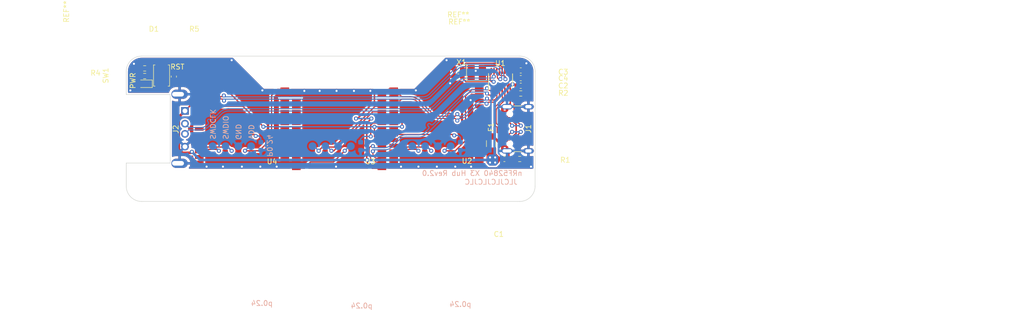
<source format=kicad_pcb>
(kicad_pcb (version 20211014) (generator pcbnew)
  (title_block (title "nrf52840_hub") (date "2023-09-19") (rev "1.0") (company "SERIEs"))
  (layers (0 "F.Cu" signal) (31 "B.Cu" signal) (34 "B.Paste" user) (35 "F.Paste" user) (36 "B.SilkS" user "B.Silkscreen") (37 "F.SilkS" user "F.Silkscreen") (38 "B.Mask" user) (39 "F.Mask" user) (44 "Edge.Cuts" user))
  (net 0 "")
  (net 1 "GND")
  (net 2 "+5V")
  (net 3 "Net-(C4-Pad2)")
  (net 4 "Net-(D1-Pad2)")
  (net 5 "Net-(F1-Pad1)")
  (net 6 "UD_P")
  (net 7 "UD_N")
  (net 8 "Net-(J1-PadA5)")
  (net 11 "Net-(J1-PadB5)")
  (net 12 "RST")
  (net 13 "3D_N")
  (net 14 "3D_P")
  (net 15 "2D_N")
  (net 16 "2D_P")
  (net 17 "1D_N")
  (net 18 "1D_P")
  (net 19 "Net-(C3-Pad2)")
  (net 20 "Net-(U1-Pad11)")
  (net 21 "Net-(U1-Pad12)")
  (net 22 "Net-(J3-Pad4)")
  (net 38 "unconnected-(U2-Pad23)")
  (net 40 "Net-(J3-Pad2)")
  (net 41 "Net-(J3-Pad3)")
  (net 44 "Net-(J4-Pad4)")
  (net 60 "unconnected-(U3-Pad23)")
  (net 62 "Net-(J4-Pad2)")
  (net 63 "Net-(J4-Pad3)")
  (net 66 "Net-(J5-Pad4)")
  (net 82 "unconnected-(U4-Pad23)")
  (net 84 "Net-(J5-Pad2)")
  (net 85 "Net-(J5-Pad3)")
  (net 88 "4D_N")
  (net 89 "4D_P")
  (footprint "" (layer "F.Cu") (at 99 103.4)
    (fp_text reference "")
    (fp_text value "")
  )
  (footprint "U-A-24DD-W-16:USB_A_U-A-24DD-W-16" (layer "F.Cu") (at 77.825 100 180)
    (fp_text reference "J2")
    (fp_text value "U-A-24DD-W-16")
  )
  (footprint "MS88SF2_footplint:XCVR_MS88SF2" (layer "F.Cu") (at 97.228 102.6 180)
    (fp_text reference "U4")
    (fp_text value "MS88SF2")
  )
  (footprint "Button_Switch_SMD:SW_Push_SPST_NO_Alps_SKRK" (layer "F.Cu") (at 81.5 89.6 -90)
    (fp_text reference "SW1")
    (fp_text value "SKRKAEE020")
  )
  (footprint "" (layer "F.Cu") (at 111 103.4)
    (fp_text reference "")
    (fp_text value "")
  )
  (footprint "Capacitor_SMD:C_0603_1608Metric" (layer "F.Cu") (at 151.7 91.6)
    (fp_text reference "C2")
    (fp_text value "100ｎ")
  )
  (footprint "" (layer "F.Cu") (at 135.5 103.4)
    (fp_text reference "")
    (fp_text value "")
  )
  (footprint "MS88SF2_footplint:XCVR_MS88SF2" (layer "F.Cu") (at 116.2 97.4)
    (fp_text reference "U3")
    (fp_text value "MS88SF2")
  )
  (footprint "" (layer "F.Cu") (at 130.5 103.4)
    (fp_text reference "")
    (fp_text value "")
  )
  (footprint "Capacitor_SMD:C_0603_1608Metric" (layer "F.Cu") (at 151.7 90.1 180)
    (fp_text reference "C3")
    (fp_text value "10u")
  )
  (footprint "" (layer "F.Cu") (at 113.5 103.4)
    (fp_text reference "")
    (fp_text value "")
  )
  (footprint "Crystal:Crystal_SMD_3225-4Pin_3.2x2.5mm" (layer "F.Cu") (at 143.1 89)
    (fp_text reference "X1")
    (fp_text value "X322512MSB4SI")
  )
  (footprint "Capacitor_SMD:C_0603_1608Metric" (layer "F.Cu") (at 83.9 89.8 -90)
    (fp_text reference "REF**")
    (fp_text value "C_0603_1608Metric")
  )
  (footprint "" (layer "F.Cu") (at 94 103.4)
    (fp_text reference "")
    (fp_text value "")
  )
  (footprint "Capacitor_SMD:C_0603_1608Metric" (layer "F.Cu") (at 151.7 88.6 180)
    (fp_text reference "C4")
    (fp_text value "10u")
  )
  (footprint "Resistor_SMD:R_0603_1608Metric" (layer "F.Cu") (at 151.5 105.9)
    (fp_text reference "R1")
    (fp_text value "5k1")
  )
  (footprint "" (layer "F.Cu") (at 138 103.4)
    (fp_text reference "")
    (fp_text value "")
  )
  (footprint "" (layer "F.Cu") (at 91.5 103.4)
    (fp_text reference "")
    (fp_text value "")
  )
  (footprint "" (layer "F.Cu") (at 133 103.4)
    (fp_text reference "")
    (fp_text value "")
  )
  (footprint "TYPE-C-31-M-12:HRO_TYPE-C-31-M-12" (layer "F.Cu") (at 153.2 100 90)
    (fp_text reference "J1")
    (fp_text value "TYPE-C-31-M-12")
  )
  (footprint "Resistor_SMD:R_0603_1608Metric" (layer "F.Cu") (at 151.7 93.1)
    (fp_text reference "R2")
    (fp_text value "5k1")
  )
  (footprint "Resistor_SMD:R_0603_1608Metric" (layer "F.Cu") (at 78.2 89.7 180)
    (fp_text reference "R4")
    (fp_text value "470")
  )
  (footprint "Capacitor_SMD:C_0603_1608Metric" (layer "F.Cu") (at 139.5 88.3)
    (fp_text reference "REF**")
    (fp_text value "C_0603_1608Metric")
  )
  (footprint "Fuse:Fuse_1206_3216Metric" (layer "F.Cu") (at 145.9 102.9 -90)
    (fp_text reference "F1")
    (fp_text value "MF-NSMF050-2")
  )
  (footprint "" (layer "F.Cu") (at 116 103.4)
    (fp_text reference "")
    (fp_text value "")
  )
  (footprint "MS88SF2_footplint:XCVR_MS88SF2" (layer "F.Cu") (at 135.228 102.6 180)
    (fp_text reference "U2")
    (fp_text value "MS88SF2")
  )
  (footprint "" (layer "F.Cu") (at 96.5 103.4)
    (fp_text reference "")
    (fp_text value "")
  )
  (footprint "" (layer "F.Cu") (at 118.5 103.4)
    (fp_text reference "")
    (fp_text value "")
  )
  (footprint "Capacitor_SMD:C_0603_1608Metric" (layer "F.Cu") (at 148.5 105.9)
    (fp_text reference "C1")
    (fp_text value "10u")
  )
  (footprint "Resistor_SMD:R_0603_1608Metric" (layer "F.Cu") (at 78.2 88.2 180)
    (fp_text reference "R5")
    (fp_text value "10k")
  )
  (footprint "LED_SMD:LED_0603_1608Metric" (layer "F.Cu") (at 78.2 91.2 180)
    (fp_text reference "D1")
    (fp_text value "19-217/BHC-ZL1M2RY/3T")
  )
  (footprint "library:SSOP-16_sl2.1s" (layer "F.Cu") (at 147.8 90.6 90)
    (fp_text reference "U1")
    (fp_text value "SL2.1S")
  )
  (footprint "Capacitor_SMD:C_0603_1608Metric" (layer "F.Cu") (at 139.5 89.8)
    (fp_text reference "REF**")
    (fp_text value "C_0603_1608Metric")
  )
  (footprint "Capacitor_SMD:C_0603_1608Metric" (layer "B.Cu") (at 120.4 103.4 90)
    (fp_text reference "p0.24")
    (fp_text value "C_0603_1608Metric")
  )
  (footprint "Capacitor_SMD:C_0603_1608Metric" (layer "B.Cu") (at 100.9 103.4 90)
    (fp_text reference "p0.24")
    (fp_text value "C_0603_1608Metric")
  )
  (footprint "Capacitor_SMD:C_0603_1608Metric" (layer "B.Cu") (at 139.9 103.4 90)
    (fp_text reference "p0.24")
    (fp_text value "C_0603_1608Metric")
  )
  (gr_poly (pts (xy 146.8 104.9) (xy 147.4 105.5) (xy 147.4 106.5) (xy 146.8 107.1) (xy 145.6 107.1) (xy 145.1 106.6) (xy 145.1 103.8) (xy 146.8 103.8)) (layer "F.Cu") (width 0.2) (fill solid))
  (gr_poly (pts (xy 147.2 105.5) (xy 147.2 106.7) (xy 146.8 107.1) (xy 145.6 107.1) (xy 145.2 106.7) (xy 145.2 105.5) (xy 145.6 105.1) (xy 146.8 105.1)) (layer "B.Cu") (width 0.2) (fill solid))
  (gr_line (start 74.6 106.7) (end 83.2 106.7) (layer "Edge.Cuts") (width 0.1))
  (gr_line (start 83.2 93.3) (end 74.6 93.3) (layer "Edge.Cuts") (width 0.1))
  (gr_line (start 74.6 93.3) (end 74.6 88.8) (layer "Edge.Cuts") (width 0.1))
  (gr_line (start 154.5 88.8) (end 154.5 111.2) (layer "Edge.Cuts") (width 0.1))
  (gr_arc (start 74.6 88.8) (mid 75.47868 86.67868) (end 77.6 85.8) (layer "Edge.Cuts") (width 0.1))
  (gr_line (start 77.6 85.8) (end 151.5 85.8) (layer "Edge.Cuts") (width 0.1))
  (gr_line (start 83.2 106.7) (end 83.2 93.3) (layer "Edge.Cuts") (width 0.1))
  (gr_arc (start 151.5 85.8) (mid 153.62132 86.67868) (end 154.5 88.8) (layer "Edge.Cuts") (width 0.1))
  (gr_line (start 74.6 111.2) (end 74.6 106.7) (layer "Edge.Cuts") (width 0.1))
  (gr_arc (start 77.6 114.2) (mid 75.47868 113.32132) (end 74.6 111.2) (layer "Edge.Cuts") (width 0.1))
  (gr_arc (start 154.5 111.2) (mid 153.62132 113.32132) (end 151.5 114.2) (layer "Edge.Cuts") (width 0.1))
  (gr_line (start 151.5 114.2) (end 77.6 114.2) (layer "Edge.Cuts") (width 0.1))
  (gr_text "JLCJLCJLCJLC" (at 145.9 110.4) (layer "B.SilkS") (effects (font (size 1 1)) (justify mirror)))
  (gr_text "nRF52840 X3 Hub Rev2.0" (at 142.2 108.7) (layer "B.SilkS") (effects (font (size 1 1)) (justify mirror)))
  (gr_text "SWDIO\n" (at 94 99.75 -90) (layer "B.SilkS") (effects (font (size 1 1)) (justify mirror)))
  (gr_text "SWDCLK\n" (at 91.5 99.1 -90) (layer "B.SilkS") (effects (font (size 1 1)) (justify mirror)))
  (gr_text "GND" (at 96.5 100.6 -90) (layer "B.SilkS") (effects (font (size 1 1)) (justify mirror)))
  (gr_text "P0.24" (at 102.6 103.3 -90) (layer "B.SilkS") (effects (font (size 1 1)) (justify mirror)))
  (gr_text "VDD\n" (at 99 100.6 -90) (layer "B.SilkS") (effects (font (size 1 1)) (justify mirror)))
  (gr_text "PWR\n" (at 75.9 90.6 90) (layer "F.SilkS") (effects (font (size 1 1))))
  (gr_text "RST" (at 84.6 87.9) (layer "F.SilkS") (effects (font (size 1 1))))
  (segment (start 149.275 105.9) (end 149.275 104.575) (width 0.5) (layer "F.Cu") (net 1))
  (segment (start 153.4 94) (end 151.1 94) (width 0.2) (layer "F.Cu") (net 1))
  (segment (start 82.91 89.23) (end 82.78 89.23) (width 0.25) (layer "F.Cu") (net 1))
  (segment (start 82.91 88.14) (end 82.91 89.23) (width 0.25) (layer "F.Cu") (net 1))
  (segment (start 142.9005 88.68502) (end 142.63502 88.68502) (width 0.25) (layer "F.Cu") (net 1))
  (segment (start 77.96 92.13) (end 79.77 92.13) (width 0.25) (layer "F.Cu") (net 1))
  (segment (start 142.63502 88.68502) (end 142.1 88.15) (width 0.25) (layer "F.Cu") (net 1))
  (segment (start 152.325 105.9) (end 153.2 105.9) (width 0.5) (layer "F.Cu") (net 1))
  (segment (start 153.2 105.9) (end 153.2 104.32) (width 0.5) (layer "F.Cu") (net 1))
  (segment (start 84.86 88.05) (end 83 88.05) (width 0.25) (layer "F.Cu") (net 1))
  (segment (start 85.19 89.21) (end 84.86 89.21) (width 0.25) (layer "F.Cu") (net 1))
  (segment (start 137.8 90.7) (end 137.8 87.4) (width 0.2) (layer "F.Cu") (net 1))
  (segment (start 152.012132 106.8) (end 151.962132 106.85) (width 0.3) (layer "F.Cu") (net 1))
  (segment (start 142.9005 88.68502) (end 144.06548 89.85) (width 0.25) (layer "F.Cu") (net 1))
  (segment (start 137.8 87.4) (end 140.1 87.4) (width 0.2) (layer "F.Cu") (net 1))
  (segment (start 149.655 95.045) (end 149.02 95.68) (width 0.3) (layer "F.Cu") (net 1))
  (segment (start 84.86 89.21) (end 84.86 88.11) (width 0.25) (layer "F.Cu") (net 1))
  (segment (start 153.4 87.7) (end 153.4 94) (width 0.2) (layer "F.Cu") (net 1))
  (segment (start 139.7 90.7) (end 137.8 90.7) (width 0.2) (layer "F.Cu") (net 1))
  (segment (start 153.3 106.8) (end 152.012132 106.8) (width 0.3) (layer "F.Cu") (net 1))
  (segment (start 151.962132 106.85) (end 147.95 106.85) (width 0.3) (layer "F.Cu") (net 1))
  (segment (start 83 88.05) (end 82.91 88.14) (width 0.25) (layer "F.Cu") (net 1))
  (segment (start 144.06548 89.85) (end 144.2 89.85) (width 0.25) (layer "F.Cu") (net 1))
  (segment (start 149.655 92.5) (end 149.655 95.045) (width 0.3) (layer "F.Cu") (net 1))
  (segment (start 151.5 87.7) (end 153.4 87.7) (width 0.2) (layer "F.Cu") (net 1))
  (segment (start 153.3 106.1) (end 153.3 106.8) (width 0.3) (layer "F.Cu") (net 1))
  (segment (start 149.275 104.575) (end 149.02 104.32) (width 0.25) (layer "F.Cu") (net 1))
  (via (at 112.4 92.6) (size 0.8) (drill 0.4) (layers "F.Cu" "B.Cu") (net 1))
  (via (at 142 107.4) (size 0.8) (drill 0.4) (layers "F.Cu" "B.Cu") (net 1))
  (via (at 122.3 92.6) (size 0.8) (drill 0.4) (layers "F.Cu" "B.Cu") (net 1))
  (via (at 115.6 107.4) (size 0.8) (drill 0.4) (layers "F.Cu" "B.Cu") (net 1))
  (via (at 131.7 107.4) (size 0.8) (drill 0.4) (layers "F.Cu" "B.Cu") (net 1))
  (via (at 135.3 107.4) (size 0.8) (drill 0.4) (layers "F.Cu" "B.Cu") (net 1))
  (via (at 137.2 86.6) (size 0.8) (drill 0.4) (layers "F.Cu" "B.Cu") (net 1))
  (via (at 142.9005 88.68502) (size 0.8) (drill 0.4) (layers "F.Cu" "B.Cu") (net 1))
  (via (at 75.4 92.5) (size 0.8) (drill 0.4) (layers "F.Cu" "B.Cu") (net 1))
  (via (at 115.7 92.6) (size 0.8) (drill 0.4) (layers "F.Cu" "B.Cu") (net 1))
  (via (at 100.8 107.4) (size 0.8) (drill 0.4) (layers "F.Cu" "B.Cu") (net 1))
  (via (at 141.9 94.4) (size 0.8) (drill 0.4) (layers "F.Cu" "B.Cu") (net 1))
  (via (at 152.8 87.2) (size 0.8) (drill 0.4) (layers "F.Cu" "B.Cu") (net 1))
  (via (at 138.9 107.4) (size 0.8) (drill 0.4) (layers "F.Cu" "B.Cu") (net 1))
  (via (at 93.5 107.4) (size 0.8) (drill 0.4) (layers "F.Cu" "B.Cu") (net 1))
  (via (at 128.3 107.4) (size 0.8) (drill 0.4) (layers "F.Cu" "B.Cu") (net 1))
  (via (at 131.2 92.5) (size 0.8) (drill 0.4) (layers "F.Cu" "B.Cu") (net 1))
  (via (at 76.1 87.3) (size 0.8) (drill 0.4) (layers "F.Cu" "B.Cu") (net 1))
  (via (at 97.2 107.4) (size 0.8) (drill 0.4) (layers "F.Cu" "B.Cu") (net 1))
  (via (at 101.2 92.5) (size 0.8) (drill 0.4) (layers "F.Cu" "B.Cu") (net 1))
  (via (at 109.4 92.6) (size 0.8) (drill 0.4) (layers "F.Cu" "B.Cu") (net 1))
  (via (at 137.9 91.1) (size 0.8) (drill 0.4) (layers "F.Cu" "B.Cu") (net 1))
  (via (at 153.7 107.4) (size 0.8) (drill 0.4) (layers "F.Cu" "B.Cu") (net 1))
  (via (at 95.2 86.6) (size 0.8) (drill 0.4) (layers "F.Cu" "B.Cu") (net 1))
  (via (at 119.1 92.6) (size 0.8) (drill 0.4) (layers "F.Cu" "B.Cu") (net 1))
  (via (at 90.3 107.4) (size 0.8) (drill 0.4) (layers "F.Cu" "B.Cu") (net 1))
  (via (at 104 107.4) (size 0.8) (drill 0.4) (layers "F.Cu" "B.Cu") (net 1))
  (segment (start 119.8 98) (end 123.1 94.7) (width 0.3) (layer "F.Cu") (net 2))
  (segment (start 121.7 106.1) (end 121.6 106) (width 0.3) (layer "F.Cu") (net 2))
  (segment (start 122.69 107.69) (end 124.56 107.69) (width 0.3) (layer "F.Cu") (net 2))
  (segment (start 146.7 106.6) (end 145.7 106.6) (width 0.25) (layer "F.Cu") (net 2))
  (segment (start 145.7 106.6) (end 145.7 105.6) (width 0.25) (layer "F.Cu") (net 2))
  (segment (start 121.7 106.7) (end 122.69 107.69) (width 0.3) (layer "F.Cu") (net 2))
  (segment (start 123.365 92.655) (end 125.545 92.655) (width 0.3) (layer "F.Cu") (net 2))
  (segment (start 87.573 92.273) (end 88.831 92.273) (width 0.3) (layer "F.Cu") (net 2))
  (segment (start 84.875 97.7) (end 86.075 96.5) (width 0.5) (layer "F.Cu") (net 2))
  (segment (start 87.573 95.002) (end 86.075 96.5) (width 0.3) (layer "F.Cu") (net 2))
  (segment (start 123.1 94.7) (end 123.1 92.92) (width 0.3) (layer "F.Cu") (net 2))
  (segment (start 85.577943 104.7) (end 84.875 103.997057) (width 0.5) (layer "F.Cu") (net 2))
  (segment (start 119.5 98) (end 119.8 98) (width 0.3) (layer "F.Cu") (net 2))
  (segment (start 87.573 91.616198) (end 87.573 92.273) (width 0.25) (layer "F.Cu") (net 2))
  (segment (start 125.545 92.655) (end 125.89 92.31) (width 0.3) (layer "F.Cu") (net 2))
  (segment (start 125.89 92.31) (end 126.868 92.31) (width 0.3) (layer "F.Cu") (net 2))
  (segment (start 150.103474 91.303474) (end 150.628474 91.303474) (width 0.3) (layer "F.Cu") (net 2))
  (segment (start 87.223498 104.7) (end 85.577943 104.7) (width 0.5) (layer "F.Cu") (net 2))
  (segment (start 149.451526 91.303474) (end 149.125 91.63) (width 0.3) (layer "F.Cu") (net 2))
  (segment (start 145.7 105.6) (end 145.7 104.5) (width 0.25) (layer "F.Cu") (net 2))
  (segment (start 150.628474 91.303474) (end 150.925 91.6) (width 0.25) (layer "F.Cu") (net 2))
  (segment (start 121.6 98.9) (end 122.5 98) (width 0.3) (layer "F.Cu") (net 2))
  (segment (start 121.6 106) (end 121.6 98.9) (width 0.3) (layer "F.Cu") (net 2))
  (segment (start 84.425 90.35) (end 86.306802 90.35) (width 0.25) (layer "F.Cu") (net 2))
  (segment (start 79.025 89.7) (end 78.875 89.7) (width 0.25) (layer "F.Cu") (net 2))
  (segment (start 87.573 92.273) (end 87.573 95.002) (width 0.3) (layer "F.Cu") (net 2))
  (segment (start 147 105.9) (end 146.7 105.6) (width 0.25) (layer "F.Cu") (net 2))
  (segment (start 88.831 92.273) (end 88.868 92.31) (width 0.25) (layer "F.Cu") (net 2))
  (segment (start 84.175 90.6) (end 84.425 90.35) (width 0.25) (layer "F.Cu") (net 2))
  (segment (start 149.125 91.63) (end 149.125 92.5) (width 0.3) (layer "F.Cu") (net 2))
  (segment (start 87.423498 104.5) (end 87.223498 104.7) (width 0.5) (layer "F.Cu") (net 2))
  (segment (start 84.875 103.997057) (end 84.875 97.7) (width 0.5) (layer "F.Cu") (net 2))
  (segment (start 79.925 90.6) (end 84.175 90.6) (width 0.25) (layer "F.Cu") (net 2))
  (segment (start 150.103474 91.303474) (end 149.451526 91.303474) (width 0.3) (layer "F.Cu") (net 2))
  (segment (start 86.306802 90.35) (end 87.573 91.616198) (width 0.25) (layer "F.Cu") (net 2))
  (segment (start 146.7 105.6) (end 146.7 106.6) (width 0.25) (layer "F.Cu") (net 2))
  (segment (start 121.7 106.1) (end 121.7 106.7) (width 0.3) (layer "F.Cu") (net 2))
  (segment (start 123.1 92.92) (end 123.365 92.655) (width 0.3) (layer "F.Cu") (net 2))
  (segment (start 147.725 105.9) (end 147 105.9) (width 0.25) (layer "F.Cu") (net 2))
  (segment (start 78.875 89.7) (end 77.375 88.2) (width 0.25) (layer "F.Cu") (net 2))
  (segment (start 79.025 89.7) (end 79.925 90.6) (width 0.25) (layer "F.Cu") (net 2))
  (via (at 150.103474 91.303474) (size 0.8) (drill 0.4) (layers "F.Cu" "B.Cu") (net 2))
  (via (at 146.7 106.6) (size 0.8) (drill 0.4) (layers "F.Cu" "B.Cu") (net 2))
  (via (at 146.7 105.6) (size 0.8) (drill 0.4) (layers "F.Cu" "B.Cu") (net 2))
  (via (at 87.423498 104.5) (size 0.8) (drill 0.4) (layers "F.Cu" "B.Cu") (net 2))
  (via (at 119.5 98) (size 0.8) (drill 0.4) (layers "F.Cu" "B.Cu") (net 2))
  (via (at 121.7 106.1) (size 0.8) (drill 0.4) (layers "F.Cu" "B.Cu") (net 2))
  (via (at 122.5 98) (size 0.8) (drill 0.4) (layers "F.Cu" "B.Cu") (net 2))
  (via (at 145.7 105.6) (size 0.8) (drill 0.4) (layers "F.Cu" "B.Cu") (net 2))
  (via (at 145.7 106.6) (size 0.8) (drill 0.4) (layers "F.Cu" "B.Cu") (net 2))
  (segment (start 146.6 94.7) (end 146.6 105.5) (width 0.5) (layer "B.Cu") (net 2))
  (segment (start 87.423498 104.5) (end 89.023498 106.1) (width 0.5) (layer "B.Cu") (net 2))
  (segment (start 89.023498 106.1) (end 145.2 106.1) (width 0.5) (layer "B.Cu") (net 2))
  (segment (start 119.5 98) (end 122.5 98) (width 0.3) (layer "B.Cu") (net 2))
  (segment (start 149.996526 91.303474) (end 146.6 94.7) (width 0.5) (layer "B.Cu") (net 2))
  (segment (start 145.2 106.1) (end 145.7 105.6) (width 0.5) (layer "B.Cu") (net 2))
  (segment (start 146.6 105.5) (end 146.7 105.6) (width 0.5) (layer "B.Cu") (net 2))
  (segment (start 150.103474 91.303474) (end 149.996526 91.303474) (width 0.5) (layer "B.Cu") (net 2))
  (segment (start 149.125 87.975) (end 149.325 87.775) (width 0.25) (layer "F.Cu") (net 3))
  (segment (start 149.125 88.7) (end 149.125 87.975) (width 0.25) (layer "F.Cu") (net 3))
  (segment (start 150.1 87.775) (end 150.925 88.6) (width 0.25) (layer "F.Cu") (net 3))
  (segment (start 149.325 87.775) (end 150.1 87.775) (width 0.25) (layer "F.Cu") (net 3))
  (segment (start 77.375 91.2) (end 77.375 89.7375) (width 0.25) (layer "F.Cu") (net 4))
  (segment (start 77.375 89.7375) (end 77.4125 89.7) (width 0.25) (layer "F.Cu") (net 4))
  (segment (start 147.25 102.45) (end 148.105 102.45) (width 0.5) (layer "F.Cu") (net 5))
  (segment (start 149.520662 102.139999) (end 149.239339 102.139999) (width 0.3) (layer "F.Cu") (net 5))
  (segment (start 149.239339 97.860001) (end 149.520662 97.860001) (width 0.3) (layer "F.Cu") (net 5))
  (segment (start 150.8 100.860661) (end 149.520662 102.139999) (width 0.3) (layer "F.Cu") (net 5))
  (segment (start 148.105 97.55) (end 148.929338 97.55) (width 0.3) (layer "F.Cu") (net 5))
  (segment (start 150.8 99.139339) (end 150.8 100.860661) (width 0.3) (layer "F.Cu") (net 5))
  (segment (start 148.929338 102.45) (end 148.105 102.45) (width 0.3) (layer "F.Cu") (net 5))
  (segment (start 149.239339 102.139999) (end 148.929338 102.45) (width 0.3) (layer "F.Cu") (net 5))
  (segment (start 149.520662 97.860001) (end 150.8 99.139339) (width 0.3) (layer "F.Cu") (net 5))
  (segment (start 146.6 101.8) (end 147.25 102.45) (width 0.5) (layer "F.Cu") (net 5))
  (segment (start 148.929338 97.55) (end 149.239339 97.860001) (width 0.3) (layer "F.Cu") (net 5))
  (segment (start 145.9 101.8) (end 146.6 101.8) (width 0.5) (layer "F.Cu") (net 5))
  (segment (start 146.9 96.514214) (end 146.9 98.709922) (width 0.2) (layer "F.Cu") (net 6))
  (segment (start 148.595 93.400001) (end 148.555 93.440001) (width 0.2) (layer "F.Cu") (net 6))
  (segment (start 148.105 100.25) (end 148.95 100.25) (width 0.2) (layer "F.Cu") (net 6))
  (segment (start 149.13 100.07) (end 149.13 99.4) (width 0.2) (layer "F.Cu") (net 6))
  (segment (start 148.95 100.25) (end 149.13 100.07) (width 0.2) (layer "F.Cu") (net 6))
  (segment (start 148.555 93.425787) (end 148.555 94.016572) (width 0.2) (layer "F.Cu") (net 6))
  (segment (start 149.13 99.4) (end 148.98 99.25) (width 0.2) (layer "F.Cu") (net 6))
  (segment (start 148.98 99.25) (end 148.105 99.25) (width 0.2) (layer "F.Cu") (net 6))
  (segment (start 148.595 92.5) (end 148.595 93.400001) (width 0.2) (layer "F.Cu") (net 6))
  (segment (start 148.262107 94.723679) (end 147.192893 95.792893) (width 0.2) (layer "F.Cu") (net 6))
  (segment (start 147.440078 99.25) (end 148.105 99.25) (width 0.2) (layer "F.Cu") (net 6))
  (arc (start 146.9 98.709922) (mid 147.058185 99.091815) (end 147.440078 99.25) (width 0.2) (layer "F.Cu") (net 6))
  (arc (start 146.9 96.5) (mid 146.97612 96.117317) (end 147.192893 95.792893) (width 0.2) (layer "F.Cu") (net 6))
  (arc (start 148.555 94.016572) (mid 148.47888 94.399255) (end 148.262107 94.723679) (width 0.2) (layer "F.Cu") (net 6))
  (segment (start 147.5 99.75) (end 148.105 99.75) (width 0.2) (layer "F.Cu") (net 7))
  (segment (start 147.08 100.7) (end 147.08 99.8) (width 0.2) (layer "F.Cu") (net 7))
  (segment (start 148.065 92.5) (end 148.065 93.400001) (width 0.2) (layer "F.Cu") (net 7))
  (segment (start 147.08 99.8) (end 147.13 99.75) (width 0.2) (layer "F.Cu") (net 7))
  (segment (start 147.13 100.75) (end 147.08 100.7) (width 0.2) (layer "F.Cu") (net 7))
  (segment (start 147.13 99.75) (end 148.105 99.75) (width 0.2) (layer "F.Cu") (net 7))
  (segment (start 148.065 93.400001) (end 148.105 93.440001) (width 0.2) (layer "F.Cu") (net 7))
  (segment (start 147.812107 94.607993) (end 146.792893 95.627208) (width 0.2) (layer "F.Cu") (net 7))
  (segment (start 146.5 96.348528) (end 146.5 98.75) (width 0.2) (layer "F.Cu") (net 7))
  (segment (start 148.105 93.425787) (end 148.105 93.900887) (width 0.2) (layer "F.Cu") (net 7))
  (segment (start 148.105 100.75) (end 147.13 100.75) (width 0.2) (layer "F.Cu") (net 7))
  (arc (start 146.5 98.75) (mid 146.792893 99.457107) (end 147.5 99.75) (width 0.2) (layer "F.Cu") (net 7))
  (arc (start 146.5 96.334314) (mid 146.57612 95.951631) (end 146.792893 95.627208) (width 0.2) (layer "F.Cu") (net 7))
  (arc (start 148.105 93.900887) (mid 148.02888 94.28357) (end 147.812107 94.607993) (width 0.2) (layer "F.Cu") (net 7))
  (segment (start 151.275 101.025) (end 151.275 101.057413) (width 0.25) (layer "F.Cu") (net 8))
  (segment (start 149.916396 100.6) (end 149.266396 101.25) (width 0.25) (layer "F.Cu") (net 8))
  (segment (start 150 100.6) (end 149.916396 100.6) (width 0.25) (layer "F.Cu") (net 8))
  (segment (start 149.266396 101.25) (end 148.105 101.25) (width 0.25) (layer "F.Cu") (net 8))
  (segment (start 151.275 101.057413) (end 150.675 101.657413) (width 0.25) (layer "F.Cu") (net 8))
  (segment (start 151.7 100.6) (end 151.275 101.025) (width 0.25) (layer "F.Cu") (net 8))
  (segment (start 150.675 101.657413) (end 150.675 105.9) (width 0.25) (layer "F.Cu") (net 8))
  (via (at 151.7 100.6) (size 0.8) (drill 0.4) (layers "F.Cu" "B.Cu") (net 8))
  (via (at 150 100.6) (size 0.8) (drill 0.4) (layers "F.Cu" "B.Cu") (net 8))
  (segment (start 151.7 100.6) (end 150 100.6) (width 0.25) (layer "B.Cu") (net 8))
  (segment (start 151.7 99.4) (end 151.7 99.3) (width 0.25) (layer "F.Cu") (net 11))
  (segment (start 150.4 98) (end 150.4 93.7) (width 0.25) (layer "F.Cu") (net 11))
  (segment (start 150.4 93.7) (end 150.875 93.225) (width 0.25) (layer "F.Cu") (net 11))
  (segment (start 150 99.4) (end 150 99.292413) (width 0.25) (layer "F.Cu") (net 11))
  (segment (start 150.875 93.225) (end 150.875 93.1) (width 0.25) (layer "F.Cu") (net 11))
  (segment (start 151.7 99.3) (end 150.4 98) (width 0.25) (layer "F.Cu") (net 11))
  (segment (start 148.957587 98.25) (end 148.105 98.25) (width 0.25) (layer "F.Cu") (net 11))
  (segment (start 150 99.292413) (end 148.957587 98.25) (width 0.25) (layer "F.Cu") (net 11))
  (via (at 151.7 99.4) (size 0.8) (drill 0.4) (layers "F.Cu" "B.Cu") (net 11))
  (via (at 150 99.4) (size 0.8) (drill 0.4) (layers "F.Cu" "B.Cu") (net 11))
  (segment (start 150 99.4) (end 151.7 99.4) (width 0.25) (layer "B.Cu") (net 11))
  (segment (start 81.5 88.2) (end 81.5 88.8) (width 0.25) (layer "F.Cu") (net 12))
  (segment (start 93.4 91.6) (end 97.4 95.6) (width 0.25) (layer "F.Cu") (net 12))
  (segment (start 123.1 99.6145) (end 123.1 101.51) (width 0.25) (layer "F.Cu") (net 12))
  (segment (start 88.3 91.6) (end 93.4 91.6) (width 0.25) (layer "F.Cu") (net 12))
  (segment (start 101.4 99.6) (end 97.4 95.6) (width 0.25) (layer "F.Cu") (net 12))
  (segment (start 89.49 97.81) (end 88.868 97.81) (width 0.25) (layer "F.Cu") (net 12))
  (segment (start 91.7 95.6) (end 89.49 97.81) (width 0.25) (layer "F.Cu") (net 12))
  (segment (start 127.648 97.81) (end 126.868 97.81) (width 0.25) (layer "F.Cu") (net 12))
  (segment (start 79.025 88.2) (end 81.5 88.2) (width 0.25) (layer "F.Cu") (net 12))
  (segment (start 97.4 95.6) (end 91.7 95.6) (width 0.25) (layer "F.Cu") (net 12))
  (segment (start 123.78 102.19) (end 124.56 102.19) (width 0.25) (layer "F.Cu") (net 12))
  (segment (start 81.5 88.8) (end 82.5 89.8) (width 0.25) (layer "F.Cu") (net 12))
  (segment (start 128.5 99.6) (end 128.5 98.662) (width 0.25) (layer "F.Cu") (net 12))
  (segment (start 81.5 88.2) (end 81.5 87.5) (width 0.25) (layer "F.Cu") (net 12))
  (segment (start 86.5 89.8) (end 88.3 91.6) (width 0.25) (layer "F.Cu") (net 12))
  (segment (start 128.5 98.662) (end 127.648 97.81) (width 0.25) (layer "F.Cu") (net 12))
  (segment (start 123.1 101.51) (end 123.78 102.19) (width 0.25) (layer "F.Cu") (net 12))
  (segment (start 82.5 89.8) (end 86.5 89.8) (width 0.25) (layer "F.Cu") (net 12))
  (via (at 101.4 99.6) (size 0.8) (drill 0.4) (layers "F.Cu" "B.Cu") (net 12))
  (via (at 123.1 99.6145) (size 0.8) (drill 0.4) (layers "F.Cu" "B.Cu") (net 12))
  (via (at 128.5 99.6) (size 0.8) (drill 0.4) (layers "F.Cu" "B.Cu") (net 12))
  (segment (start 123.0855 99.6) (end 123.1 99.6145) (width 0.25) (layer "B.Cu") (net 12))
  (segment (start 123.1145 99.6) (end 123.1 99.6145) (width 0.25) (layer "B.Cu") (net 12))
  (segment (start 101.4 99.6) (end 123.0855 99.6) (width 0.25) (layer "B.Cu") (net 12))
  (segment (start 128.5 99.6) (end 123.1145 99.6) (width 0.25) (layer "B.Cu") (net 12))
  (segment (start 146.423102 89.801748) (end 146.475 89.74985) (width 0.2) (layer "F.Cu") (net 13))
  (segment (start 146.475 89.74985) (end 146.475 88.7) (width 0.2) (layer "F.Cu") (net 13))
  (via (at 146.423102 89.801748) (size 0.8) (drill 0.4) (layers "F.Cu" "B.Cu") (net 13))
  (segment (start 91.43943 97.818106) (end 91.411245 97.789921) (width 0.2) (layer "B.Cu") (net 13))
  (segment (start 90.492587 99.189213) (end 90.5909 99.0909) (width 0.2) (layer "B.Cu") (net 13))
  (segment (start 86.849999 99.774999) (end 89.078372 99.775) (width 0.2) (layer "B.Cu") (net 13))
  (segment (start 90.986981 98.214186) (end 91.015167 98.242372) (width 0.2) (layer "B.Cu") (net 13))
  (segment (start 141.177867 90.089182) (end 146.135668 90.089182) (width 0.2) (layer "B.Cu") (net 13))
  (segment (start 94.589525 96.075) (end 133.278373 96.075) (width 0.2) (layer "B.Cu") (net 13))
  (segment (start 92.287961 97.393842) (end 92.28796 97.393841) (width 0.2) (layer "B.Cu") (net 13))
  (segment (start 146.135668 90.089182) (end 146.423102 89.801748) (width 0.2) (layer "B.Cu") (net 13))
  (segment (start 92.28796 97.393841) (end 92.911909 96.769891) (width 0.2) (layer "B.Cu") (net 13))
  (segment (start 134.692587 95.489213) (end 139.325231 90.856569) (width 0.2) (layer "B.Cu") (net 13))
  (segment (start 91.835511 97.365657) (end 91.835511 97.365656) (width 0.2) (layer "B.Cu") (net 13))
  (segment (start 91.43943 98.242371) (end 91.43943 98.24237) (width 0.2) (layer "B.Cu") (net 13))
  (segment (start 91.439431 98.242372) (end 91.43943 98.242371) (width 0.2) (layer "B.Cu") (net 13))
  (segment (start 86.075 99) (end 86.849999 99.774999) (width 0.2) (layer "B.Cu") (net 13))
  (segment (start 91.835511 97.365656) (end 91.863697 97.393842) (width 0.2) (layer "B.Cu") (net 13))
  (segment (start 90.5909 98.666636) (end 90.562715 98.638451) (width 0.2) (layer "B.Cu") (net 13))
  (segment (start 90.986981 98.214187) (end 90.986981 98.214186) (width 0.2) (layer "B.Cu") (net 13))
  (arc (start 90.562715 98.214187) (mid 90.774849 98.126318) (end 90.986981 98.214187) (width 0.2) (layer "B.Cu") (net 13))
  (arc (start 91.411245 97.365657) (mid 91.623379 97.277788) (end 91.835511 97.365657) (width 0.2) (layer "B.Cu") (net 13))
  (arc (start 89.078372 99.775) (mid 89.84374 99.622759) (end 90.492587 99.189213) (width 0.2) (layer "B.Cu") (net 13))
  (arc (start 90.5909 99.0909) (mid 90.678768 98.878768) (end 90.5909 98.666636) (width 0.2) (layer "B.Cu") (net 13))
  (arc (start 91.015167 98.242372) (mid 91.227299 98.33024) (end 91.439431 98.242372) (width 0.2) (layer "B.Cu") (net 13))
  (arc (start 133.278373 96.075) (mid 134.04374 95.922759) (end 134.692587 95.489213) (width 0.2) (layer "B.Cu") (net 13))
  (arc (start 90.562715 98.638451) (mid 90.474847 98.426319) (end 90.562715 98.214187) (width 0.2) (layer "B.Cu") (net 13))
  (arc (start 91.863697 97.393842) (mid 92.075829 97.48171) (end 92.287961 97.393842) (width 0.2) (layer "B.Cu") (net 13))
  (arc (start 91.411245 97.789921) (mid 91.323377 97.577789) (end 91.411245 97.365657) (width 0.2) (layer "B.Cu") (net 13))
  (arc (start 139.325231 90.856569) (mid 140.175228 90.288619) (end 141.177867 90.089182) (width 0.2) (layer "B.Cu") (net 13))
  (arc (start 91.43943 98.24237) (mid 91.527298 98.030238) (end 91.43943 97.818106) (width 0.2) (layer "B.Cu") (net 13))
  (arc (start 92.911909 96.769891) (mid 93.681606 96.255596) (end 94.589525 96.075) (width 0.2) (layer "B.Cu") (net 13))
  (segment (start 145.945 89.2899) (end 145.945 88.7) (width 0.2) (layer "F.Cu") (net 14))
  (segment (start 145.723102 90.403842) (end 145.723102 89.511798) (width 0.2) (layer "F.Cu") (net 14))
  (segment (start 146.397404 90.80092) (end 146.12018 90.80092) (width 0.2) (layer "F.Cu") (net 14))
  (segment (start 145.723102 89.511798) (end 145.945 89.2899) (width 0.2) (layer "F.Cu") (net 14))
  (via (at 146.397404 90.80092) (size 0.8) (drill 0.4) (layers "F.Cu" "B.Cu") (net 14))
  (arc (start 145.723102 90.403842) (mid 145.839403 90.684619) (end 146.12018 90.80092) (width 0.2) (layer "F.Cu") (net 14))
  (segment (start 86.849999 100.225001) (end 89.042388 100.225) (width 0.2) (layer "B.Cu") (net 14))
  (segment (start 135.037123 95.781077) (end 139.69323 91.12497) (width 0.2) (layer "B.Cu") (net 14))
  (segment (start 94.621627 96.525) (end 133.241134 96.525) (width 0.2) (layer "B.Cu") (net 14))
  (segment (start 86.075 101) (end 86.849999 100.225001) (width 0.2) (layer "B.Cu") (net 14))
  (segment (start 90.836236 99.481964) (end 93.207414 97.110786) (width 0.2) (layer "B.Cu") (net 14))
  (segment (start 141.107443 90.539184) (end 146.135668 90.539184) (width 0.2) (layer "B.Cu") (net 14))
  (segment (start 146.135668 90.539184) (end 146.397404 90.80092) (width 0.2) (layer "B.Cu") (net 14))
  (arc (start 93.207414 97.110786) (mid 93.85626 96.677241) (end 94.621627 96.525) (width 0.2) (layer "B.Cu") (net 14))
  (arc (start 133.241134 96.525) (mid 134.213116 96.331661) (end 135.037123 95.781077) (width 0.2) (layer "B.Cu") (net 14))
  (arc (start 141.107443 90.539184) (mid 140.342076 90.691425) (end 139.69323 91.12497) (width 0.2) (layer "B.Cu") (net 14))
  (arc (start 89.042388 100.225) (mid 90.013211 100.031891) (end 90.836236 99.481964) (width 0.2) (layer "B.Cu") (net 14))
  (segment (start 124.56 106.59) (end 123.949898 106.59) (width 0.2) (layer "F.Cu") (net 15))
  (segment (start 145.1 92.1) (end 145.5 92.5) (width 0.2) (layer "F.Cu") (net 15))
  (segment (start 122.1 104.752721) (end 122.1 103.9) (width 0.2) (layer "F.Cu") (net 15))
  (segment (start 145.5 92.5) (end 145.945 92.5) (width 0.2) (layer "F.Cu") (net 15))
  (segment (start 122.6 103.4) (end 122.8 103.4) (width 0.2) (layer "F.Cu") (net 15))
  (via (at 122.8 103.4) (size 0.8) (drill 0.4) (layers "F.Cu" "B.Cu") (net 15))
  (via (at 145.1 92.1) (size 0.8) (drill 0.4) (layers "F.Cu" "B.Cu") (net 15))
  (arc (start 122.6 103.4) (mid 122.246447 103.546447) (end 122.1 103.9) (width 0.2) (layer "F.Cu") (net 15))
  (arc (start 123.949898 106.59) (mid 123.238559 106.448506) (end 122.635515 106.045565) (width 0.2) (layer "F.Cu") (net 15))
  (arc (start 122.635515 106.045565) (mid 122.239175 105.452402) (end 122.1 104.752721) (width 0.2) (layer "F.Cu") (net 15))
  (segment (start 123.1 103.7) (end 125.005887 103.7) (width 0.2) (layer "B.Cu") (net 15))
  (segment (start 129.321983 101.175) (end 131.678373 101.175) (width 0.2) (layer "B.Cu") (net 15))
  (segment (start 134.53943 99.142371) (end 140.564293 93.117507) (width 0.2) (layer "B.Cu") (net 15))
  (segment (start 144.825249 92.374751) (end 145.1 92.1) (width 0.2) (layer "B.Cu") (net 15))
  (segment (start 122.8 103.4) (end 123.1 103.7) (width 0.2) (layer "B.Cu") (net 15))
  (segment (start 134.539431 99.142372) (end 134.53943 99.142371) (width 0.2) (layer "B.Cu") (net 15))
  (segment (start 134.031953 99.059158) (end 134.115167 99.142372) (width 0.2) (layer "B.Cu") (net 15))
  (segment (start 142.357465 92.374751) (end 144.825249 92.374751) (width 0.2) (layer "B.Cu") (net 15))
  (segment (start 126.420101 103.114213) (end 127.678605 101.855709) (width 0.2) (layer "B.Cu") (net 15))
  (segment (start 134.031953 99.059159) (end 134.031953 99.059158) (width 0.2) (layer "B.Cu") (net 15))
  (segment (start 133.6909 99.566636) (end 133.607687 99.483423) (width 0.2) (layer "B.Cu") (net 15))
  (segment (start 133.022715 100.659085) (end 133.6909 99.9909) (width 0.2) (layer "B.Cu") (net 15))
  (arc (start 133.607687 99.059159) (mid 133.819821 98.97129) (end 134.031953 99.059159) (width 0.2) (layer "B.Cu") (net 15))
  (arc (start 133.607687 99.483423) (mid 133.519819 99.271291) (end 133.607687 99.059159) (width 0.2) (layer "B.Cu") (net 15))
  (arc (start 133.6909 99.9909) (mid 133.778768 99.778768) (end 133.6909 99.566636) (width 0.2) (layer "B.Cu") (net 15))
  (arc (start 125.005887 103.7) (mid 125.771254 103.547759) (end 126.420101 103.114213) (width 0.2) (layer "B.Cu") (net 15))
  (arc (start 140.564293 93.117507) (mid 141.387007 92.567787) (end 142.357465 92.374751) (width 0.2) (layer "B.Cu") (net 15))
  (arc (start 131.678373 101.175) (mid 132.44374 101.022759) (end 133.092587 100.589213) (width 0.2) (layer "B.Cu") (net 15))
  (arc (start 134.115167 99.142372) (mid 134.327299 99.23024) (end 134.539431 99.142372) (width 0.2) (layer "B.Cu") (net 15))
  (arc (start 129.321983 101.175) (mid 128.432593 101.351911) (end 127.678605 101.855709) (width 0.2) (layer "B.Cu") (net 15))
  (segment (start 123.8 105.8) (end 124.25 105.8) (width 0.2) (layer "F.Cu") (net 16))
  (segment (start 145.400497 93.4) (end 146.199999 93.4) (width 0.2) (layer "F.Cu") (net 16))
  (segment (start 145.1 93.099503) (end 145.400497 93.4) (width 0.2) (layer "F.Cu") (net 16))
  (segment (start 146.475 93.125) (end 146.475 92.5) (width 0.2) (layer "F.Cu") (net 16))
  (segment (start 122.8 104.399503) (end 122.8 104.8) (width 0.2) (layer "F.Cu") (net 16))
  (segment (start 146.47 93.13) (end 146.475 93.125) (width 0.2) (layer "F.Cu") (net 16))
  (segment (start 124.25 105.8) (end 124.56 105.49) (width 0.2) (layer "F.Cu") (net 16))
  (via (at 122.8 104.399503) (size 0.8) (drill 0.4) (layers "F.Cu" "B.Cu") (net 16))
  (via (at 145.1 93.099503) (size 0.8) (drill 0.4) (layers "F.Cu" "B.Cu") (net 16))
  (arc (start 123.8 105.8) (mid 123.092893 105.507107) (end 122.8 104.8) (width 0.2) (layer "F.Cu") (net 16))
  (arc (start 146.199999 93.4) (mid 146.390919 93.320919) (end 146.47 93.13) (width 0.2) (layer "F.Cu") (net 16))
  (segment (start 140.907661 93.410539) (end 133.340915 100.977285) (width 0.2) (layer "B.Cu") (net 16))
  (segment (start 145.1 93.099503) (end 144.825249 92.824752) (width 0.2) (layer "B.Cu") (net 16))
  (segment (start 122.8 104.399503) (end 123.099503 104.1) (width 0.2) (layer "B.Cu") (net 16))
  (segment (start 144.825249 92.824752) (end 142.321875 92.824752) (width 0.2) (layer "B.Cu") (net 16))
  (segment (start 123.099503 104.1) (end 125.135335 104.1) (width 0.2) (layer "B.Cu") (net 16))
  (segment (start 126.61141 103.48859) (end 127.889214 102.210786) (width 0.2) (layer "B.Cu") (net 16))
  (segment (start 129.303427 101.625) (end 131.70193 101.625) (width 0.2) (layer "B.Cu") (net 16))
  (arc (start 131.70193 101.625) (mid 132.617743 101.442833) (end 133.394133 100.924067) (width 0.2) (layer "B.Cu") (net 16))
  (arc (start 125.135335 104.1) (mid 125.934181 103.9411) (end 126.61141 103.48859) (width 0.2) (layer "B.Cu") (net 16))
  (arc (start 140.907661 93.410539) (mid 141.556508 92.976993) (end 142.321875 92.824752) (width 0.2) (layer "B.Cu") (net 16))
  (arc (start 127.889214 102.210786) (mid 128.53806 101.777241) (end 129.303427 101.625) (width 0.2) (layer "B.Cu") (net 16))
  (segment (start 147.044999 93.551048) (end 147.044999 93.445) (width 0.2) (layer "F.Cu") (net 17))
  (segment (start 139.3 97.131959) (end 138.89098 97.540979) (width 0.2) (layer "F.Cu") (net 17))
  (segment (start 128.460501 93.735) (end 128.135501 93.41) (width 0.2) (layer "F.Cu") (net 17))
  (segment (start 137.157255 97.540979) (end 137.140979 97.540979) (width 0.2) (layer "F.Cu") (net 17))
  (segment (start 137.757255 96.957255) (end 137.740979 96.957255) (width 0.2) (layer "F.Cu") (net 17))
  (segment (start 137.140979 97.540979) (end 135.787606 97.540979) (width 0.2) (layer "F.Cu") (net 17))
  (segment (start 147.044999 93.445) (end 147 93.400001) (width 0.2) (layer "F.Cu") (net 17))
  (segment (start 133.9854 96.5672) (end 131.93136 94.51316) (width 0.2) (layer "F.Cu") (net 17))
  (segment (start 138.89098 97.540979) (end 138.340979 97.540979) (width 0.2) (layer "F.Cu") (net 17))
  (segment (start 128.135501 93.41) (end 126.868 93.41) (width 0.2) (layer "F.Cu") (net 17))
  (segment (start 134.373393 96.955193) (end 133.9854 96.5672) (width 0.2) (layer "F.Cu") (net 17))
  (segment (start 130.052715 93.735) (end 128.460501 93.735) (width 0.2) (layer "F.Cu") (net 17))
  (segment (start 146.196047 94.4) (end 145.400994 94.4) (width 0.2) (layer "F.Cu") (net 17))
  (segment (start 147 92.5) (end 147 93.400001) (width 0.2) (layer "F.Cu") (net 17))
  (segment (start 145.400994 94.4) (end 145.1 94.099006) (width 0.2) (layer "F.Cu") (net 17))
  (via (at 145.1 94.099006) (size 0.8) (drill 0.4) (layers "F.Cu" "B.Cu") (net 17))
  (via (at 139.3 97.131959) (size 0.8) (drill 0.4) (layers "F.Cu" "B.Cu") (net 17))
  (arc (start 138.340979 97.540979) (mid 138.134601 97.455495) (end 138.049117 97.249117) (width 0.2) (layer "F.Cu") (net 17))
  (arc (start 138.049117 97.249117) (mid 137.963633 97.042739) (end 137.757255 96.957255) (width 0.2) (layer "F.Cu") (net 17))
  (arc (start 131.93136 94.51316) (mid 131.06943 93.937237) (end 130.052715 93.735) (width 0.2) (layer "F.Cu") (net 17))
  (arc (start 137.449117 97.249117) (mid 137.363633 97.455495) (end 137.157255 97.540979) (width 0.2) (layer "F.Cu") (net 17))
  (arc (start 146.196047 94.4) (mid 146.796347 94.151348) (end 147.044999 93.551048) (width 0.2) (layer "F.Cu") (net 17))
  (arc (start 135.787606 97.540979) (mid 135.022239 97.388738) (end 134.373393 96.955193) (width 0.2) (layer "F.Cu") (net 17))
  (arc (start 137.740979 96.957255) (mid 137.534601 97.042739) (end 137.449117 97.249117) (width 0.2) (layer "F.Cu") (net 17))
  (segment (start 140.93874 97.04306) (end 142.864016 95.117784) (width 0.2) (layer "B.Cu") (net 17))
  (segment (start 144.565646 94.412946) (end 144.78606 94.412946) (width 0.2) (layer "B.Cu") (net 17))
  (segment (start 139.3 97.131959) (end 139.70902 97.540979) (width 0.2) (layer "B.Cu") (net 17))
  (segment (start 144.78606 94.412946) (end 145.1 94.099006) (width 0.2) (layer "B.Cu") (net 17))
  (segment (start 139.70902 97.540979) (end 139.736658 97.540979) (width 0.2) (layer "B.Cu") (net 17))
  (arc (start 140.93874 97.04306) (mid 140.38722 97.411574) (end 139.736658 97.540979) (width 0.2) (layer "B.Cu") (net 17))
  (arc (start 142.864016 95.117784) (mid 143.64473 94.596127) (end 144.565646 94.412946) (width 0.2) (layer "B.Cu") (net 17))
  (segment (start 145.388956 94.8) (end 145.093796 95.09516) (width 0.2) (layer "F.Cu") (net 18))
  (segment (start 146.231692 94.8) (end 145.388956 94.8) (width 0.2) (layer "F.Cu") (net 18))
  (segment (start 147.5 93.531711) (end 147.5 93.430001) (width 0.2) (layer "F.Cu") (net 18))
  (segment (start 135.761616 97.99098) (end 138.89098 97.99098) (width 0.2) (layer "F.Cu") (net 18))
  (segment (start 147.53 92.5) (end 147.53 93.400001) (width 0.2) (layer "F.Cu") (net 18))
  (segment (start 131.552587 94.770787) (end 134.073568 97.291768) (width 0.2) (layer "F.Cu") (net 18))
  (segment (start 126.868 94.51) (end 128.135501 94.51) (width 0.2) (layer "F.Cu") (net 18))
  (segment (start 147.5 93.430001) (end 147.53 93.400001) (width 0.2) (layer "F.Cu") (net 18))
  (segment (start 145.093796 95.09516) (end 145.018272 95.09516) (width 0.2) (layer "F.Cu") (net 18))
  (segment (start 138.89098 97.99098) (end 139.3 98.4) (width 0.2) (layer "F.Cu") (net 18))
  (segment (start 128.460501 94.185) (end 130.138373 94.185) (width 0.2) (layer "F.Cu") (net 18))
  (segment (start 128.135501 94.51) (end 128.460501 94.185) (width 0.2) (layer "F.Cu") (net 18))
  (via (at 139.3 98.4) (size 0.8) (drill 0.4) (layers "F.Cu" "B.Cu") (net 18))
  (via (at 145.018272 95.09516) (size 0.8) (drill 0.4) (layers "F.Cu" "B.Cu") (net 18))
  (arc (start 130.138373 94.185) (mid 130.90374 94.337241) (end 131.552587 94.770787) (width 0.2) (layer "F.Cu") (net 18))
  (arc (start 146.231692 94.8) (mid 147.128517 94.428525) (end 147.5 93.531711) (width 0.2) (layer "F.Cu") (net 18))
  (arc (start 134.073568 97.291768) (mid 134.848051 97.809261) (end 135.761616 97.99098) (width 0.2) (layer "F.Cu") (net 18))
  (segment (start 141.276433 97.341767) (end 143.257334 95.360866) (width 0.2) (layer "B.Cu") (net 18))
  (segment (start 144.78606 94.862948) (end 145.018272 95.09516) (width 0.2) (layer "B.Cu") (net 18))
  (segment (start 144.459415 94.862948) (end 144.78606 94.862948) (width 0.2) (layer "B.Cu") (net 18))
  (segment (start 139.3 98.4) (end 139.70902 97.99098) (width 0.2) (layer "B.Cu") (net 18))
  (arc (start 144.459415 94.862948) (mid 143.808853 94.992353) (end 143.257334 95.360866) (width 0.2) (layer "B.Cu") (net 18))
  (arc (start 139.70902 97.99098) (mid 140.557333 97.822255) (end 141.276433 97.341767) (width 0.2) (layer "B.Cu") (net 18))
  (segment (start 149.655 89.355) (end 150.4 90.1) (width 0.25) (layer "F.Cu") (net 19))
  (segment (start 149.655 88.7) (end 149.655 89.355) (width 0.25) (layer "F.Cu") (net 19))
  (segment (start 150.4 90.1) (end 150.8 90.1) (width 0.25) (layer "F.Cu") (net 19))
  (segment (start 141 87.2) (end 147.961396 87.2) (width 0.25) (layer "F.Cu") (net 20))
  (segment (start 148.595 87.833604) (end 148.595 88.7) (width 0.25) (layer "F.Cu") (net 20))
  (segment (start 140.975 89.075) (end 140.975 88.375) (width 0.25) (layer "F.Cu") (net 20))
  (segment (start 140.975 87.225) (end 141 87.2) (width 0.25) (layer "F.Cu") (net 20))
  (segment (start 140.975 88.375) (end 140.975 87.225) (width 0.25) (layer "F.Cu") (net 20))
  (segment (start 141.75 89.85) (end 140.975 89.075) (width 0.25) (layer "F.Cu") (net 20))
  (segment (start 140.9 88.3) (end 140.975 88.375) (width 0.25) (layer "F.Cu") (net 20))
  (segment (start 142 89.85) (end 141.75 89.85) (width 0.25) (layer "F.Cu") (net 20))
  (segment (start 147.961396 87.2) (end 148.595 87.833604) (width 0.25) (layer "F.Cu") (net 20))
  (segment (start 141.95 89.9) (end 142 89.85) (width 0.25) (layer "F.Cu") (net 20))
  (segment (start 140.275 88.3) (end 140.9 88.3) (width 0.25) (layer "F.Cu") (net 20))
  (segment (start 144.7 87.65) (end 147.775 87.65) (width 0.25) (layer "F.Cu") (net 21))
  (segment (start 140.275 90.075) (end 140.275 89.8) (width 0.25) (layer "F.Cu") (net 21))
  (segment (start 140.975 90.775) (end 140.275 90.075) (width 0.25) (layer "F.Cu") (net 21))
  (segment (start 145.225 88.725) (end 144.65 88.15) (width 0.25) (layer "F.Cu") (net 21))
  (segment (start 144.2 88.15) (end 144.7 87.65) (width 0.25) (layer "F.Cu") (net 21))
  (segment (start 140.975 90.775) (end 145.225 90.775) (width 0.25) (layer "F.Cu") (net 21))
  (segment (start 147.775 87.65) (end 148.065 87.94) (width 0.25) (layer "F.Cu") (net 21))
  (segment (start 144.65 88.15) (end 144.2 88.15) (width 0.25) (layer "F.Cu") (net 21))
  (segment (start 145.225 90.775) (end 145.225 88.725) (width 0.25) (layer "F.Cu") (net 21))
  (segment (start 148.065 87.94) (end 148.065 88.7) (width 0.25) (layer "F.Cu") (net 21))
  (segment (start 140.325 89.85) (end 140.275 89.9) (width 0.25) (layer "F.Cu") (net 21))
  (segment (start 140.9 93.6) (end 140.9 102.3) (width 0.25) (layer "F.Cu") (net 22))
  (segment (start 142.19 92.31) (end 140.9 93.6) (width 0.25) (layer "F.Cu") (net 22))
  (segment (start 138.9 104.3) (end 136.8 104.3) (width 0.25) (layer "F.Cu") (net 22))
  (segment (start 143.588 92.31) (end 142.19 92.31) (width 0.25) (layer "F.Cu") (net 22))
  (segment (start 140.9 102.3) (end 138.9 104.3) (width 0.25) (layer "F.Cu") (net 22))
  (via (at 136.8 104.3) (size 0.8) (drill 0.4) (layers "F.Cu" "B.Cu") (net 22))
  (segment (start 136.8 104.3) (end 137.7 103.4) (width 0.25) (layer "B.Cu") (net 22))
  (segment (start 137.7 103.4) (end 138 103.4) (width 0.25) (layer "B.Cu") (net 22))
  (segment (start 138.7 101.3) (end 138.51 101.11) (width 0.25) (layer "F.Cu") (net 38))
  (segment (start 138.51 101.11) (end 126.868 101.11) (width 0.25) (layer "F.Cu") (net 38))
  (via (at 138.7 101.3) (size 0.8) (drill 0.4) (layers "F.Cu" "B.Cu") (net 38))
  (segment (start 139.9 101.7) (end 139.9 102.625) (width 0.25) (layer "B.Cu") (net 38))
  (segment (start 138.7 101.3) (end 139.5 101.3) (width 0.25) (layer "B.Cu") (net 38))
  (segment (start 139.5 101.3) (end 139.9 101.7) (width 0.25) (layer "B.Cu") (net 38))
  (segment (start 126.868 103.31) (end 127.133 103.575) (width 0.25) (layer "F.Cu") (net 40))
  (segment (start 127.133 103.575) (end 133.475 103.575) (width 0.25) (layer "F.Cu") (net 40))
  (segment (start 133.475 103.575) (end 134.2 104.3) (width 0.25) (layer "F.Cu") (net 40))
  (via (at 134.2 104.3) (size 0.8) (drill 0.4) (layers "F.Cu" "B.Cu") (net 40))
  (segment (start 133.3 103.4) (end 134.2 104.3) (width 0.25) (layer "B.Cu") (net 40))
  (segment (start 133 103.4) (end 133.3 103.4) (width 0.25) (layer "B.Cu") (net 40))
  (segment (start 126.868 104.41) (end 127.253 104.025) (width 0.25) (layer "F.Cu") (net 41))
  (segment (start 127.253 104.025) (end 131.425 104.025) (width 0.25) (layer "F.Cu") (net 41))
  (segment (start 131.425 104.025) (end 131.7 104.3) (width 0.25) (layer "F.Cu") (net 41))
  (via (at 131.7 104.3) (size 0.8) (drill 0.4) (layers "F.Cu" "B.Cu") (net 41))
  (segment (start 130.8 103.4) (end 131.7 104.3) (width 0.25) (layer "B.Cu") (net 41))
  (segment (start 130.5 103.4) (end 130.8 103.4) (width 0.25) (layer "B.Cu") (net 41))
  (segment (start 109.41 107.69) (end 107.84 107.69) (width 0.25) (layer "F.Cu") (net 44))
  (segment (start 110.6 106.5) (end 109.41 107.69) (width 0.25) (layer "F.Cu") (net 44))
  (segment (start 115.1 106.5) (end 110.6 106.5) (width 0.25) (layer "F.Cu") (net 44))
  (segment (start 117.3 104.3) (end 115.1 106.5) (width 0.25) (layer "F.Cu") (net 44))
  (via (at 117.3 104.3) (size 0.8) (drill 0.4) (layers "F.Cu" "B.Cu") (net 44))
  (segment (start 117.3 104.3) (end 118.2 103.4) (width 0.25) (layer "B.Cu") (net 44))
  (segment (start 118.2 103.4) (end 118.5 103.4) (width 0.25) (layer "B.Cu") (net 44))
  (segment (start 122.3755 101.5) (end 122.3755 99.3255) (width 0.25) (layer "F.Cu") (net 60))
  (segment (start 122.3755 99.3255) (end 122.375 99.325) (width 0.25) (layer "F.Cu") (net 60))
  (segment (start 122.375 99.325) (end 122.375 99.314195) (width 0.25) (layer "F.Cu") (net 60))
  (segment (start 122.375 99.314195) (end 122.799195 98.89) (width 0.25) (layer "F.Cu") (net 60))
  (segment (start 122.799195 98.89) (end 124.56 98.89) (width 0.25) (layer "F.Cu") (net 60))
  (via (at 122.3755 101.5) (size 0.8) (drill 0.4) (layers "F.Cu" "B.Cu") (net 60))
  (segment (start 120.4 102) (end 120.4 102.625) (width 0.25) (layer "B.Cu") (net 60))
  (segment (start 120.9 101.5) (end 120.4 102) (width 0.25) (layer "B.Cu") (net 60))
  (segment (start 122.3755 101.5) (end 120.9 101.5) (width 0.25) (layer "B.Cu") (net 60))
  (segment (start 115.168198 104.3) (end 122.778198 96.69) (width 0.25) (layer "F.Cu") (net 62))
  (segment (start 114.7 104.3) (end 115.168198 104.3) (width 0.25) (layer "F.Cu") (net 62))
  (segment (start 122.778198 96.69) (end 124.56 96.69) (width 0.25) (layer "F.Cu") (net 62))
  (via (at 114.7 104.3) (size 0.8) (drill 0.4) (layers "F.Cu" "B.Cu") (net 62))
  (segment (start 113.8 103.4) (end 114.7 104.3) (width 0.25) (layer "B.Cu") (net 62))
  (segment (start 113.5 103.4) (end 113.8 103.4) (width 0.25) (layer "B.Cu") (net 62))
  (segment (start 124.55 95.6) (end 123.231802 95.6) (width 0.25) (layer "F.Cu") (net 63))
  (segment (start 115.256802 103.575) (end 112.925 103.575) (width 0.25) (layer "F.Cu") (net 63))
  (segment (start 112.925 103.575) (end 112.2 104.3) (width 0.25) (layer "F.Cu") (net 63))
  (segment (start 123.231802 95.6) (end 115.256802 103.575) (width 0.25) (layer "F.Cu") (net 63))
  (segment (start 124.56 95.59) (end 124.55 95.6) (width 0.25) (layer "F.Cu") (net 63))
  (via (at 112.2 104.3) (size 0.8) (drill 0.4) (layers "F.Cu" "B.Cu") (net 63))
  (segment (start 111 103.4) (end 111.3 103.4) (width 0.25) (layer "B.Cu") (net 63))
  (segment (start 111.3 103.4) (end 112.2 104.3) (width 0.25) (layer "B.Cu") (net 63))
  (segment (start 104.19 92.31) (end 105.588 92.31) (width 0.25) (layer "F.Cu") (net 66))
  (segment (start 103 101.9) (end 103 93.5) (width 0.25) (layer "F.Cu") (net 66))
  (segment (start 100.6 104.3) (end 103 101.9) (width 0.25) (layer "F.Cu") (net 66))
  (segment (start 103 93.5) (end 104.19 92.31) (width 0.25) (layer "F.Cu") (net 66))
  (segment (start 97.8 104.3) (end 100.6 104.3) (width 0.25) (layer "F.Cu") (net 66))
  (via (at 97.8 104.3) (size 0.8) (drill 0.4) (layers "F.Cu" "B.Cu") (net 66))
  (segment (start 99 103.4) (end 98.7 103.4) (width 0.25) (layer "B.Cu") (net 66))
  (segment (start 98.7 103.4) (end 97.8 104.3) (width 0.25) (layer "B.Cu") (net 66))
  (segment (start 99.9 101.4) (end 99.6 101.1) (width 0.25) (layer "F.Cu") (net 82))
  (segment (start 92.09 101.11) (end 88.868 101.11) (width 0.25) (layer "F.Cu") (net 82))
  (segment (start 92.1 101.1) (end 92.09 101.11) (width 0.25) (layer "F.Cu") (net 82))
  (segment (start 99.6 101.1) (end 92.1 101.1) (width 0.25) (layer "F.Cu") (net 82))
  (via (at 99.9 101.4) (size 0.8) (drill 0.4) (layers "F.Cu" "B.Cu") (net 82))
  (segment (start 100.5 101.4) (end 100.9 101.8) (width 0.25) (layer "B.Cu") (net 82))
  (segment (start 99.9 101.4) (end 100.5 101.4) (width 0.25) (layer "B.Cu") (net 82))
  (segment (start 100.9 101.8) (end 100.9 102.625) (width 0.25) (layer "B.Cu") (net 82))
  (segment (start 94.475 103.575) (end 95.2 104.3) (width 0.25) (layer "F.Cu") (net 84))
  (segment (start 89.133 103.575) (end 94.475 103.575) (width 0.25) (layer "F.Cu") (net 84))
  (segment (start 88.868 103.31) (end 89.133 103.575) (width 0.25) (layer "F.Cu") (net 84))
  (via (at 95.2 104.3) (size 0.8) (drill 0.4) (layers "F.Cu" "B.Cu") (net 84))
  (segment (start 94 103.4) (end 94.3 103.4) (width 0.25) (layer "B.Cu") (net 84))
  (segment (start 94.3 103.4) (end 95.2 104.3) (width 0.25) (layer "B.Cu") (net 84))
  (segment (start 92.425 104.025) (end 89.253 104.025) (width 0.25) (layer "F.Cu") (net 85))
  (segment (start 89.253 104.025) (end 88.868 104.41) (width 0.25) (layer "F.Cu") (net 85))
  (segment (start 92.7 104.3) (end 92.425 104.025) (width 0.25) (layer "F.Cu") (net 85))
  (via (at 92.7 104.3) (size 0.8) (drill 0.4) (layers "F.Cu" "B.Cu") (net 85))
  (segment (start 91.5 103.4) (end 91.8 103.4) (width 0.25) (layer "B.Cu") (net 85))
  (segment (start 91.8 103.4) (end 92.7 104.3) (width 0.25) (layer "B.Cu") (net 85))
  (segment (start 92.765 93.035) (end 92.765 93.435) (width 0.2) (layer "F.Cu") (net 88))
  (segment (start 148.724045 90.101672) (end 148.724045 90.024045) (width 0.2) (layer "F.Cu") (net 88))
  (segment (start 92.165 93.435) (end 92.165 93.035) (width 0.2) (layer "F.Cu") (net 88))
  (segment (start 88.868 93.41) (end 90.135501 93.41) (width 0.2) (layer "F.Cu") (net 88))
  (segment (start 93.065 93.735) (end 93.114999 93.735) (width 0.2) (layer "F.Cu") (net 88))
  (segment (start 148.700002 90.300281) (end 148.898611 90.101672) (width 0.2) (layer "F.Cu") (net 88))
  (segment (start 93.114999 93.735) (end 93.436492 93.735) (width 0.2) (layer "F.Cu") (net 88))
  (segment (start 147.852085 89.5995) (end 148.329245 89.5995) (width 0.2) (layer "F.Cu") (net 88))
  (segment (start 90.460501 93.735) (end 90.665 93.735) (width 0.2) (layer "F.Cu") (net 88))
  (segment (start 91.565 93.035) (end 91.565 93.435) (width 0.2) (layer "F.Cu") (net 88))
  (segment (start 90.965 93.435) (end 90.965 93.035) (width 0.2) (layer "F.Cu") (net 88))
  (segment (start 90.135501 93.41) (end 90.460501 93.735) (width 0.2) (layer "F.Cu") (net 88))
  (segment (start 148.700002 89.970257) (end 148.700002 90.300281) (width 0.2) (layer "F.Cu") (net 88))
  (segment (start 93.436492 93.735) (end 93.670561 93.500931) (width 0.2) (layer "F.Cu") (net 88))
  (segment (start 147.535 88.7) (end 147.535 89.282415) (width 0.2) (layer "F.Cu") (net 88))
  (via (at 93.670561 93.500931) (size 0.8) (drill 0.4) (layers "F.Cu" "B.Cu") (net 88))
  (via (at 148.700002 90.300281) (size 0.8) (drill 0.4) (layers "F.Cu" "B.Cu") (net 88))
  (arc (start 91.865 93.735) (mid 92.077132 93.647132) (end 92.165 93.435) (width 0.2) (layer "F.Cu") (net 88))
  (arc (start 90.665 93.735) (mid 90.877132 93.647132) (end 90.965 93.435) (width 0.2) (layer "F.Cu") (net 88))
  (arc (start 148.329245 89.5995) (mid 148.59141 89.708092) (end 148.700002 89.970257) (width 0.2) (layer "F.Cu") (net 88))
  (arc (start 91.565 93.435) (mid 91.652868 93.647132) (end 91.865 93.735) (width 0.2) (layer "F.Cu") (net 88))
  (arc (start 92.465 92.735) (mid 92.677132 92.822868) (end 92.765 93.035) (width 0.2) (layer "F.Cu") (net 88))
  (arc (start 90.965 93.035) (mid 91.052868 92.822868) (end 91.265 92.735) (width 0.2) (layer "F.Cu") (net 88))
  (arc (start 92.765 93.435) (mid 92.852868 93.647132) (end 93.065 93.735) (width 0.2) (layer "F.Cu") (net 88))
  (arc (start 92.165 93.035) (mid 92.252868 92.822868) (end 92.465 92.735) (width 0.2) (layer "F.Cu") (net 88))
  (arc (start 147.535 89.282415) (mid 147.627872 89.506628) (end 147.852085 89.5995) (width 0.2) (layer "F.Cu") (net 88))
  (arc (start 91.265 92.735) (mid 91.477132 92.822868) (end 91.565 93.035) (width 0.2) (layer "F.Cu") (net 88))
  (segment (start 146.015573 87.375) (end 140.916285 87.375) (width 0.2) (layer "B.Cu") (net 88))
  (segment (start 148.424861 90.02514) (end 148.424861 89.784288) (width 0.2) (layer "B.Cu") (net 88))
  (segment (start 93.931016 93.761386) (end 93.670561 93.500931) (width 0.2) (layer "B.Cu") (net 88))
  (segment (start 132.491987 93.761386) (end 93.931016 93.761386) (width 0.2) (layer "B.Cu") (net 88))
  (segment (start 148.700002 90.300281) (end 148.424861 90.02514) (width 0.2) (layer "B.Cu") (net 88))
  (segment (start 138.851565 88.230235) (end 133.9062 93.1756) (width 0.2) (layer "B.Cu") (net 88))
  (arc (start 132.491987 93.761386) (mid 133.257354 93.609145) (end 133.9062 93.1756) (width 0.2) (layer "B.Cu") (net 88))
  (arc (start 146.015573 87.375) (mid 147.719197 88.080664) (end 148.424861 89.784288) (width 0.2) (layer "B.Cu") (net 88))
  (arc (start 140.916285 87.375) (mid 139.798867 87.597268) (end 138.851565 88.230235) (width 0.2) (layer "B.Cu") (net 88))
  (segment (start 147.123102 89.949226) (end 147.123102 89.511798) (width 0.2) (layer "F.Cu") (net 89))
  (segment (start 147.698964 90.297964) (end 147.520982 90.297964) (width 0.2) (layer "F.Cu") (net 89))
  (segment (start 90.460501 94.185) (end 90.135501 94.51) (width 0.2) (layer "F.Cu") (net 89))
  (segment (start 147.123102 89.511798) (end 147.005 89.393696) (width 0.2) (layer "F.Cu") (net 89))
  (segment (start 147.7005 90.2995) (end 147.698964 90.297964) (width 0.2) (layer "F.Cu") (net 89))
  (segment (start 93.7 94.5) (end 93.385 94.185) (width 0.2) (layer "F.Cu") (net 89))
  (segment (start 147.005 89.393696) (end 147.005 88.7) (width 0.2) (layer "F.Cu") (net 89))
  (segment (start 90.135501 94.51) (end 88.868 94.51) (width 0.2) (layer "F.Cu") (net 89))
  (segment (start 93.385 94.185) (end 90.460501 94.185) (width 0.2) (layer "F.Cu") (net 89))
  (segment (start 147.520982 90.297964) (end 147.412491 90.282572) (width 0.2) (layer "F.Cu") (net 89))
  (via (at 93.7 94.5) (size 0.8) (drill 0.4) (layers "F.Cu" "B.Cu") (net 89))
  (via (at 147.7005 90.2995) (size 0.8) (drill 0.4) (layers "F.Cu" "B.Cu") (net 89))
  (arc (start 147.412491 90.282572) (mid 147.205542 90.169944) (end 147.123102 89.949226) (width 0.2) (layer "F.Cu") (net 89))
  (segment (start 93.988612 94.211388) (end 93.7 94.5) (width 0.2) (layer "B.Cu") (net 89))
  (segment (start 145.97486 87.825) (end 140.721627 87.825) (width 0.2) (layer "B.Cu") (net 89))
  (segment (start 147.97486 90.02514) (end 147.97486 89.825) (width 0.2) (layer "B.Cu") (net 89))
  (segment (start 147.7005 90.2995) (end 147.97486 90.02514) (width 0.2) (layer "B.Cu") (net 89))
  (segment (start 132.678385 94.211388) (end 93.988612 94.211388) (width 0.2) (layer "B.Cu") (net 89))
  (segment (start 139.307413 88.410787) (end 134.092598 93.625602) (width 0.2) (layer "B.Cu") (net 89))
  (arc (start 145.97486 87.825) (mid 147.389074 88.410786) (end 147.97486 89.825) (width 0.2) (layer "B.Cu") (net 89))
  (arc (start 132.678385 94.211388) (mid 133.443752 94.059147) (end 134.092598 93.625602) (width 0.2) (layer "B.Cu") (net 89))
  (arc (start 140.721627 87.825) (mid 139.95626 87.977241) (end 139.307413 88.410787) (width 0.2) (layer "B.Cu") (net 89))
  (zone (net 0) (net_name "") (layer "F.Cu") (connect_pads (clearance 0)) (min_thickness 0.254)
    (keepout (tracks allowed) (vias allowed) (pads allowed) (copperpour not_allowed) (footprints allowed))
    (fill (thermal_gap 0.508) (thermal_bridge_width 0.508))
    (polygon (pts (xy 78.62 92) (xy 77.36 92) (xy 76.65 91.16) (xy 76.65 88.11) (xy 77.25 87.4) (xy 79.05 87.4)))
  )
  (zone (net 0) (net_name "") (layer "F.Cu") (connect_pads (clearance 0)) (min_thickness 0.254)
    (keepout (tracks allowed) (vias allowed) (pads allowed) (copperpour not_allowed) (footprints allowed))
    (fill (thermal_gap 0.508) (thermal_bridge_width 0.508))
    (polygon (pts (xy 140.2 90.6) (xy 139.4 90.6) (xy 139.3 87.5) (xy 140.3 87.5)))
  )
  (zone (net 0) (net_name "") (layers F&B.Cu) (connect_pads (clearance 0)) (min_thickness 0.254)
    (keepout (tracks allowed) (vias allowed) (pads allowed) (copperpour not_allowed) (footprints allowed))
    (fill (thermal_gap 0.508) (thermal_bridge_width 0.508))
    (polygon (pts (xy 130.9 92.2) (xy 101.5 92.2) (xy 95.1 85.8) (xy 137.3 85.8)))
  )
  (zone (net 0) (net_name "") (layer "F.Cu") (connect_pads (clearance 0)) (min_thickness 0.254)
    (keepout (tracks allowed) (vias allowed) (pads allowed) (copperpour not_allowed) (footprints allowed))
    (fill (thermal_gap 0.508) (thermal_bridge_width 0.508))
    (polygon (pts (xy 147.4 103.7) (xy 147.4 104.7) (xy 144.4 104.7) (xy 144.4 101.6) (xy 147.4 101.6)))
  )
  (zone (net 0) (net_name "") (layer "F.Cu") (connect_pads (clearance 0)) (min_thickness 0.254)
    (keepout (tracks allowed) (vias allowed) (pads allowed) (copperpour not_allowed) (footprints allowed))
    (fill (thermal_gap 0.508) (thermal_bridge_width 0.508))
    (polygon (pts (xy 145.7 107.5) (xy 144.3 107.5) (xy 144.9 107)))
  )
  (zone (net 0) (net_name "") (layer "F.Cu") (connect_pads (clearance 0)) (min_thickness 0.254)
    (keepout (tracks allowed) (vias allowed) (pads allowed) (copperpour not_allowed) (footprints allowed))
    (fill (thermal_gap 0.508) (thermal_bridge_width 0.508))
    (polygon (pts (xy 151.9 93.9) (xy 151.1 93.9) (xy 151.3 87.8) (xy 151.9 87.8)))
  )
  (zone (net 1) (net_name "GND") (layers F&B.Cu) (connect_pads (clearance 0.33)) (min_thickness 0.254) (fill yes (thermal_gap 0.508) (thermal_bridge_width 0.508))
    (polygon (pts (xy 154.5 114.2) (xy 74.6 114.2) (xy 74.6 85.8) (xy 154.5 85.8)))
  )
  (zone (net 0) (net_name "") (layer "F.Cu") (connect_pads (clearance 0)) (min_thickness 0.254)
    (keepout (tracks allowed) (vias allowed) (pads allowed) (copperpour not_allowed) (footprints allowed))
    (fill (thermal_gap 0.508) (thermal_bridge_width 0.508))
    (polygon (pts (xy 151.9 106.7) (xy 149.9 106.7) (xy 149.9 105.4) (xy 148.8 105.3) (xy 148.8 106) (xy 148.7 106.7) (xy 148.1 106.7) (xy 148.2 105.2) (xy 151.8 105.2)))
  )
  (zone (net 0) (net_name "") (layers F&B.Cu) (connect_pads (clearance 0)) (min_thickness 0.254)
    (keepout (tracks allowed) (vias allowed) (pads allowed) (copperpour not_allowed) (footprints allowed))
    (fill (thermal_gap 0.508) (thermal_bridge_width 0.508))
    (polygon (pts (xy 154.5 114.2) (xy 74.6 114.2) (xy 74.6 107.8) (xy 154.5 107.8)))
  )
  (zone (net 0) (net_name "") (layer "F.Cu") (connect_pads (clearance 0)) (min_thickness 0.254)
    (keepout (tracks allowed) (vias allowed) (pads allowed) (copperpour not_allowed) (footprints allowed))
    (fill (thermal_gap 0.508) (thermal_bridge_width 0.508))
    (polygon (pts (xy 148.93 87.64) (xy 148.61 87.32) (xy 149.33 87.32)))
  )
  (zone (net 0) (net_name "") (layer "F.Cu") (connect_pads (clearance 0)) (min_thickness 0.254)
    (keepout (tracks allowed) (vias allowed) (pads allowed) (copperpour not_allowed) (footprints allowed))
    (fill (thermal_gap 0.508) (thermal_bridge_width 0.508))
    (polygon (pts (xy 150 94.8) (xy 148.8 94.8) (xy 148.8 93.3) (xy 150 93.3)))
  )
  (zone (net 0) (net_name "") (layer "F.Cu") (connect_pads (clearance 0)) (min_thickness 0.254)
    (keepout (tracks allowed) (vias allowed) (pads allowed) (copperpour not_allowed) (footprints allowed))
    (fill (thermal_gap 0.508) (thermal_bridge_width 0.508))
    (polygon (pts (xy 144.76 100.54) (xy 145.37 100.54) (xy 144.63 100.87) (xy 144.76 100.16)))
  )
  (zone (net 0) (net_name "") (layer "F.Cu") (connect_pads (clearance 0)) (min_thickness 0.254)
    (keepout (tracks allowed) (vias allowed) (pads allowed) (copperpour not_allowed) (footprints allowed))
    (fill (thermal_gap 0.508) (thermal_bridge_width 0.508))
    (polygon (pts (xy 80.19 90.15) (xy 80.19 90.8) (xy 80.67 90.8) (xy 79.89 91.25) (xy 79.93 90.11)))
  )
  (zone (net 0) (net_name "") (layer "F.Cu") (connect_pads (clearance 0)) (min_thickness 0.254)
    (keepout (tracks allowed) (vias allowed) (pads allowed) (copperpour not_allowed) (footprints allowed))
    (fill (thermal_gap 0.508) (thermal_bridge_width 0.508))
    (polygon (pts (xy 152 105.5) (xy 150.8 105.5) (xy 150.8 104.6) (xy 152 104.6)))
  )
)
</source>
